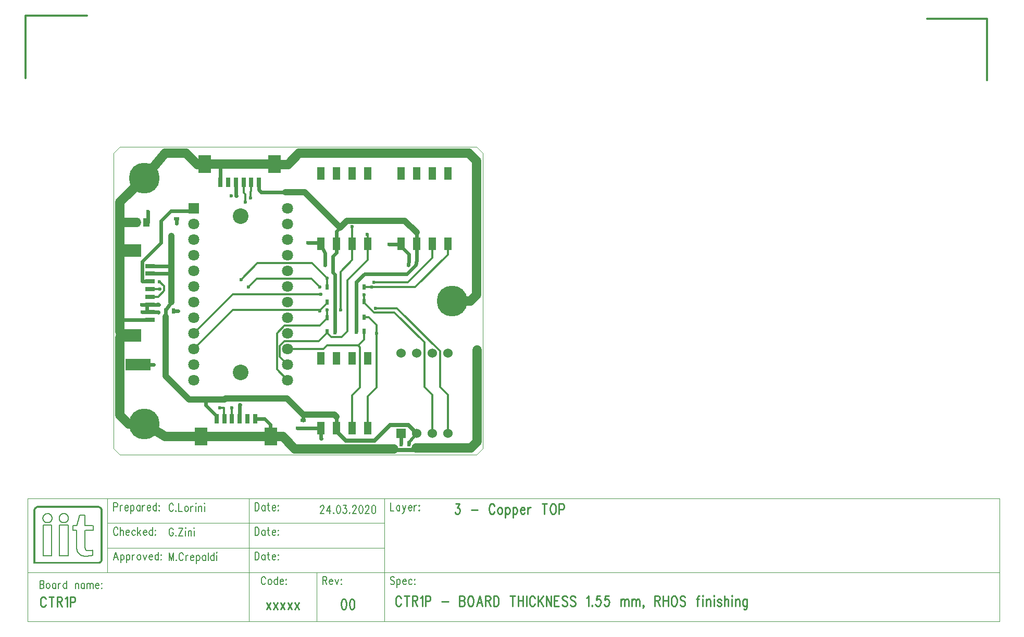
<source format=gbr>
*
*
G04 PADS VX.2.5 Build Number: 14503874 generated Gerber (RS-274-X) file*
G04 PC Version=2.1*
*
%IN "PCB_CTR1P_03.pcb"*%
*
%MOIN*%
*
%FSLAX35Y35*%
*
*
*
*
G04 PC Standard Apertures*
*
*
G04 Thermal Relief Aperture macro.*
%AMTER*
1,1,$1,0,0*
1,0,$1-$2,0,0*
21,0,$3,$4,0,0,45*
21,0,$3,$4,0,0,135*
%
*
*
G04 Annular Aperture macro.*
%AMANN*
1,1,$1,0,0*
1,0,$2,0,0*
%
*
*
G04 Odd Aperture macro.*
%AMODD*
1,1,$1,0,0*
1,0,$1-0.005,0,0*
%
*
*
G04 PC Custom Aperture Macros*
*
*
*
*
*
*
G04 PC Aperture Table*
*
%ADD010C,0.00394*%
%ADD014C,0.00591*%
%ADD016C,0.01*%
%ADD018R,0.035X0.024*%
%ADD026R,0.06X0.06*%
%ADD028C,0.001*%
%ADD037C,0.01181*%
%ADD046C,0.01969*%
%ADD047C,0.02362*%
%ADD052C,0.00787*%
%ADD061C,0.07087*%
%ADD065R,0.024X0.035*%
%ADD067C,0.00591*%
%ADD068C,0.00591*%
%ADD070R,0.04528X0.07874*%
%ADD071R,0.06299X0.02756*%
%ADD072R,0.11811X0.08268*%
%ADD073R,0.04331X0.05709*%
%ADD074R,0.16X0.076*%
%ADD075R,0.02756X0.06299*%
%ADD076R,0.08268X0.11811*%
%ADD091C,0.19685*%
%ADD092R,0.07087X0.07087*%
%ADD093C,0.1*%
%ADD094C,0.06*%
%ADD095C,0.05906*%
%ADD096C,0.02756*%
%ADD097C,0.03937*%
*
*
*
*
G04 PC Circuitry*
G04 Layer Name PCB_CTR1P_03.pcb - circuitry*
%LPD*%
*
*
G04 PC Custom Flashes*
G04 Layer Name PCB_CTR1P_03.pcb - flashes*
%LPD*%
*
*
G04 PC Circuitry*
G04 Layer Name PCB_CTR1P_03.pcb - circuitry*
%LPD*%
*
G54D10*
G01X57087Y299866D02*
X61024Y303803D01*
X289370*
X293307Y299866*
Y110890*
X289370Y106953*
X61024*
X57087Y110890*
Y299866*
X2008Y78937D02*
X624055D01*
Y197*
X2008*
Y78937*
Y31693D02*
X53189D01*
Y78937*
X2008*
Y31693*
X53189Y47441D02*
X143740D01*
Y63189*
X53189*
Y47441*
Y31693D02*
X143740D01*
Y47441*
X53189*
Y31693*
X230354D02*
X624055D01*
Y78937*
X230354*
Y31693*
Y197D02*
X624055D01*
Y31693*
X230354*
Y197*
X143740D02*
X187047D01*
Y31693*
X143740*
Y197*
Y63189D02*
X230354D01*
Y78937*
X143740*
Y63189*
Y47441D02*
X230354D01*
Y63189*
X143740*
Y47441*
Y31693D02*
X230354D01*
Y47441*
X143740*
Y31693*
G54D14*
X57126Y76230D02*
Y71063D01*
Y76230D02*
X58737D01*
X59273Y75984*
X59452Y75738*
X59631Y75246*
Y74508*
X59452Y74016*
X59273Y73770*
X58737Y73524*
X57126*
X61242Y74508D02*
Y71063D01*
Y73031D02*
X61421Y73770D01*
X61779Y74262*
X62137Y74508*
X62674*
X64284Y73031D02*
X66432D01*
Y73524*
X66253Y74016*
X66074Y74262*
X65716Y74508*
X65179*
X64821Y74262*
X64463Y73770*
X64284Y73031*
Y72539*
X64463Y71801*
X64821Y71309*
X65179Y71063*
X65716*
X66074Y71309*
X66432Y71801*
X68042Y74508D02*
Y69341D01*
Y73770D02*
X68400Y74262D01*
X68758Y74508*
X69295*
X69653Y74262*
X70011Y73770*
X70190Y73031*
Y72539*
X70011Y71801*
X69653Y71309*
X69295Y71063*
X68758*
X68400Y71309*
X68042Y71801*
X73948Y74508D02*
Y71063D01*
Y73770D02*
X73590Y74262D01*
X73232Y74508*
X72695*
X72337Y74262*
X71979Y73770*
X71800Y73031*
Y72539*
X71979Y71801*
X72337Y71309*
X72695Y71063*
X73232*
X73590Y71309*
X73948Y71801*
X75558Y74508D02*
Y71063D01*
Y73031D02*
X75737Y73770D01*
X76095Y74262*
X76453Y74508*
X76990*
X78601Y73031D02*
X80748D01*
Y73524*
X80569Y74016*
X80390Y74262*
X80032Y74508*
X79495*
X79137Y74262*
X78780Y73770*
X78601Y73031*
Y72539*
X78780Y71801*
X79137Y71309*
X79495Y71063*
X80032*
X80390Y71309*
X80748Y71801*
X84506Y76230D02*
Y71063D01*
Y73770D02*
X84148Y74262D01*
X83790Y74508*
X83253*
X82895Y74262*
X82538Y73770*
X82359Y73031*
Y72539*
X82538Y71801*
X82895Y71309*
X83253Y71063*
X83790*
X84148Y71309*
X84506Y71801*
X86296Y74508D02*
X86117Y74262D01*
X86296Y74016*
X86475Y74262*
X86296Y74508*
Y71555D02*
X86117Y71309D01*
X86296Y71063*
X86475Y71309*
X86296Y71555*
X59810Y59252D02*
X59631Y59744D01*
X59273Y60236*
X58916Y60482*
X58200*
X57842Y60236*
X57484Y59744*
X57305Y59252*
X57126Y58514*
Y57283*
X57305Y56545*
X57484Y56053*
X57842Y55561*
X58200Y55315*
X58916*
X59273Y55561*
X59631Y56053*
X59810Y56545*
X61421Y60482D02*
Y55315D01*
Y57776D02*
X61958Y58514D01*
X62316Y58760*
X62853*
X63210Y58514*
X63389Y57776*
Y55315*
X65000Y57283D02*
X67147D01*
Y57776*
X66968Y58268*
X66968D02*
X66790Y58514D01*
X66432Y58760*
X65895*
X65537Y58514*
X65179Y58022*
X65000Y57283*
Y56791*
X65179Y56053*
X65537Y55561*
X65895Y55315*
X66432*
X66790Y55561*
X67147Y56053*
X70906Y58022D02*
X70548Y58514D01*
X70190Y58760*
X69653*
X69295Y58514*
X68937Y58022*
X68758Y57283*
Y56791*
X68937Y56053*
X69295Y55561*
X69653Y55315*
X70190*
X70548Y55561*
X70906Y56053*
X72516Y60482D02*
Y55315D01*
X74306Y58760D02*
X72516Y56299D01*
X73232Y57283D02*
X74485Y55315D01*
X76095Y57283D02*
X78243D01*
Y57776*
X78064Y58268*
X77885Y58514*
X77527Y58760*
X76990*
X76632Y58514*
X76274Y58022*
X76095Y57283*
Y56791*
X76274Y56053*
X76632Y55561*
X76990Y55315*
X77527*
X77885Y55561*
X78243Y56053*
X82001Y60482D02*
Y55315D01*
Y58022D02*
X81643Y58514D01*
X81285Y58760*
X80748*
X80390Y58514*
X80032Y58022*
X79853Y57283*
Y56791*
X80032Y56053*
X80390Y55561*
X80748Y55315*
X81285*
X81643Y55561*
X82001Y56053*
X83790Y58760D02*
X83611Y58514D01*
X83790Y58268*
X83969Y58514*
X83790Y58760*
Y55807D02*
X83611Y55561D01*
X83790Y55315*
X83969Y55561*
X83790Y55807*
X58558Y44734D02*
X57126Y39567D01*
X58558Y44734D02*
X59989Y39567D01*
X57663Y41289D02*
X59452D01*
X61600Y43012D02*
Y37844D01*
Y42274D02*
X61958Y42766D01*
X62316Y43012*
X62853*
X63210Y42766*
X63568Y42274*
X63747Y41535*
Y41043*
X63568Y40305*
X63210Y39813*
X62853Y39567*
X62316*
X61958Y39813*
X61600Y40305*
X65358Y43012D02*
Y37844D01*
Y42274D02*
X65716Y42766D01*
X66074Y43012*
X66611*
X66968Y42766*
X66968D02*
X67326Y42274D01*
X67505Y41535*
Y41043*
X67326Y40305*
X66968Y39813*
X66968D02*
X66611Y39567D01*
X66074*
X65716Y39813*
X65358Y40305*
X69116Y43012D02*
Y39567D01*
Y41535D02*
X69295Y42274D01*
X69653Y42766*
X70011Y43012*
X70548*
X73053D02*
X72695Y42766D01*
X72337Y42274*
X72158Y41535*
Y41043*
X72337Y40305*
X72695Y39813*
X73053Y39567*
X73590*
X73948Y39813*
X74306Y40305*
X74485Y41043*
Y41535*
X74306Y42274*
X73948Y42766*
X73590Y43012*
X73053*
X76095D02*
X77169Y39567D01*
X78243Y43012D02*
X77169Y39567D01*
X79853Y41535D02*
X82001D01*
Y42028*
X81822Y42520*
X81643Y42766*
X81285Y43012*
X80748*
X80390Y42766*
X80032Y42274*
X79853Y41535*
Y41043*
X80032Y40305*
X80390Y39813*
X80748Y39567*
X81285*
X81643Y39813*
X82001Y40305*
X85759Y44734D02*
Y39567D01*
Y42274D02*
X85401Y42766D01*
X85043Y43012*
X84506*
X84148Y42766*
X83790Y42274*
X83611Y41535*
Y41043*
X83790Y40305*
X84148Y39813*
X84506Y39567*
X85043*
X85401Y39813*
X85759Y40305*
X87548Y43012D02*
X87369Y42766D01*
X87548Y42520*
X87727Y42766*
X87548Y43012*
Y40059D02*
X87369Y39813D01*
X87548Y39567*
X87727Y39813*
X87548Y40059*
X95243Y74606D02*
X95064Y75098D01*
X94707Y75591*
X94349Y75837*
X93633*
X93275Y75591*
X92917Y75098*
X92738Y74606*
X92559Y73868*
Y72638*
X92738Y71900*
X92917Y71407*
X93275Y70915*
X93633Y70669*
X94349*
X94707Y70915*
X95064Y71407*
X95243Y71900*
X97033Y71161D02*
X96854Y70915D01*
X97033Y70669*
X97212Y70915*
X97033Y71161*
X98822Y75837D02*
Y70669D01*
X100970*
X103475Y74114D02*
X103117Y73868D01*
X102759Y73376*
X102581Y72638*
Y72146*
X102759Y71407*
X103117Y70915*
X103475Y70669*
X104012*
X104370Y70915*
X104728Y71407*
X104907Y72146*
Y72638*
X104728Y73376*
X104370Y73868*
X104012Y74114*
X103475*
X106518D02*
Y70669D01*
Y72638D02*
X106696Y73376D01*
X107054Y73868*
X107412Y74114*
X107949*
X109560Y75837D02*
X109739Y75591D01*
X109918Y75837*
X109739Y76083*
X109560Y75837*
X109739Y74114D02*
Y70669D01*
X111528Y74114D02*
Y70669D01*
Y73130D02*
X112065Y73868D01*
X112423Y74114*
X112960*
X113318Y73868*
X113497Y73130*
Y70669*
X115107Y75837D02*
X115286Y75591D01*
X115465Y75837*
X115286Y76083*
X115107Y75837*
X115286Y74114D02*
Y70669D01*
X95243Y58858D02*
X95064Y59350D01*
X94707Y59843*
X94349Y60089*
X93633*
X93275Y59843*
X92917Y59350*
X92738Y58858*
X92559Y58120*
Y56890*
X92738Y56152*
X92917Y55659*
X93275Y55167*
X93633Y54921*
X94349*
X94707Y55167*
X95064Y55659*
X95243Y56152*
Y56890*
X94349D02*
X95243D01*
X97033Y55413D02*
X96854Y55167D01*
X97033Y54921*
X97212Y55167*
X97033Y55413*
X101328Y60089D02*
X98822Y54921D01*
Y60089D02*
X101328D01*
X98822Y54921D02*
X101328D01*
X102938Y60089D02*
X103117Y59843D01*
X103296Y60089*
X103117Y60335*
X102938Y60089*
X103117Y58366D02*
Y54921D01*
X104907Y58366D02*
Y54921D01*
Y57382D02*
X105444Y58120D01*
X105802Y58366*
X106339*
X106696Y58120*
X106875Y57382*
Y54921*
X108486Y60089D02*
X108665Y59843D01*
X108844Y60089*
X108665Y60335*
X108486Y60089*
X108665Y58366D02*
Y54921D01*
X234291Y76230D02*
Y71063D01*
X236439*
X240197Y74508D02*
Y71063D01*
Y73770D02*
X239839Y74262D01*
X239481Y74508*
X238944*
X238586Y74262*
X238228Y73770*
X238049Y73031*
Y72539*
X238228Y71801*
X238586Y71309*
X238944Y71063*
X239481*
X239839Y71309*
X240197Y71801*
X241986Y74508D02*
X243060Y71063D01*
X244134Y74508D02*
X243060Y71063D01*
X242702Y70079*
X242344Y69587*
X241986Y69341*
X241807*
X245744Y73031D02*
X247892D01*
Y73524*
X247713Y74016*
X247534Y74262*
X247176Y74508*
X246639*
X246281Y74262*
X245923Y73770*
X245744Y73031*
Y72539*
X245923Y71801*
X246281Y71309*
X246639Y71063*
X247176*
X247534Y71309*
X247892Y71801*
X249503Y74508D02*
Y71063D01*
Y73031D02*
X249681Y73770D01*
X250039Y74262*
X250397Y74508*
X250934*
X252724D02*
X252545Y74262D01*
X252724Y74016*
X252903Y74262*
X252724Y74508*
Y71555D02*
X252545Y71309D01*
X252724Y71063*
X252903Y71309*
X252724Y71555*
X9921Y26435D02*
Y21268D01*
Y26435D02*
X11532D01*
X12069Y26189*
X12248Y25943*
X12427Y25451*
Y24959*
X12248Y24467*
X12069Y24220*
X11532Y23974*
X9921D02*
X11532D01*
X12069Y23728*
X12248Y23482*
X12427Y22990*
Y22252*
X12248Y21760*
X12069Y21514*
X11532Y21268*
X9921*
X14932Y24713D02*
X14574Y24467D01*
X14216Y23974*
X14037Y23236*
Y22744*
X14216Y22006*
X14574Y21514*
X14932Y21268*
X15469*
X15827Y21514*
X16185Y22006*
X16364Y22744*
Y23236*
X16185Y23974*
X15827Y24467*
X15469Y24713*
X14932*
X20122D02*
Y21268D01*
Y23974D02*
X19764Y24467D01*
X19406Y24713*
X18869*
X18511Y24467*
X18153Y23974*
X17974Y23236*
Y22744*
X18153Y22006*
X18511Y21514*
X18869Y21268*
X19406*
X19764Y21514*
X20122Y22006*
X21732Y24713D02*
Y21268D01*
Y23236D02*
X21911Y23974D01*
X22269Y24467*
X22627Y24713*
X23164*
X26922Y26435D02*
Y21268D01*
Y23974D02*
X26564Y24467D01*
X26206Y24713*
X25669*
X25311Y24467*
X24953Y23974*
X24775Y23236*
Y22744*
X24953Y22006*
X25311Y21514*
X25669Y21268*
X26206*
X26564Y21514*
X26922Y22006*
X32649Y24713D02*
Y21268D01*
Y23728D02*
X33185Y24467D01*
X33543Y24713*
X34080*
X34438Y24467*
X34617Y23728*
Y21268*
X38375Y24713D02*
Y21268D01*
Y23974D02*
X38017Y24467D01*
X37659Y24713*
X37122*
X36764Y24467*
X36407Y23974*
X36228Y23236*
Y22744*
X36407Y22006*
X36764Y21514*
X37122Y21268*
X37659*
X38017Y21514*
X38375Y22006*
X39986Y24713D02*
Y21268D01*
Y23728D02*
X40523Y24467D01*
X40880Y24713*
X41417*
X41775Y24467*
X41954Y23728*
Y21268*
Y23728D02*
X42491Y24467D01*
X42849Y24713*
X43386*
X43744Y24467*
X43923Y23728*
Y21268*
X45533Y23236D02*
X47681D01*
Y23728*
X47502Y24220*
X47323Y24467*
X46965Y24713*
X46428*
X46070Y24467*
X45712Y23974*
X45533Y23236*
Y22744*
X45712Y22006*
X46070Y21514*
X46428Y21268*
X46965*
X47323Y21514*
X47681Y22006*
X49470Y24713D02*
X49291Y24467D01*
X49470Y24220*
X49649Y24467*
X49470Y24713*
Y21760D02*
X49291Y21514D01*
X49470Y21268*
X49649Y21514*
X49470Y21760*
X154298Y27756D02*
X154120Y28248D01*
X153762Y28740*
X153404Y28986*
X152688*
X152330Y28740*
X151972Y28248*
X151793Y27756*
X151614Y27018*
Y25787*
X151793Y25049*
X151972Y24557*
X152330Y24065*
X152688Y23819*
X153404*
X153762Y24065*
X154120Y24557*
X154298Y25049*
X156804Y27264D02*
X156446Y27018D01*
X156088Y26526*
X155909Y25787*
Y25295*
X156088Y24557*
X156446Y24065*
X156804Y23819*
X157341*
X157699Y24065*
X158057Y24557*
X158235Y25295*
X158235D02*
Y25787D01*
X158235D02*
X158057Y26526D01*
X157699Y27018*
X157341Y27264*
X156804*
X161994Y28986D02*
Y23819D01*
Y26526D02*
X161636Y27018D01*
X161278Y27264*
X160741*
X160383Y27018*
X160025Y26526*
X159846Y25787*
Y25295*
X160025Y24557*
X160383Y24065*
X160741Y23819*
X161278*
X161636Y24065*
X161994Y24557*
X163604Y25787D02*
X165752D01*
Y26280*
X165573Y26772*
X165394Y27018*
X165036Y27264*
X164499*
X164141Y27018*
X163783Y26526*
X163604Y25787*
Y25295*
X163783Y24557*
X164141Y24065*
X164499Y23819*
X165036*
X165394Y24065*
X165752Y24557*
X167541Y27264D02*
X167362Y27018D01*
X167541Y26772*
X167720Y27018*
X167541Y27264*
Y24311D02*
X167362Y24065D01*
X167541Y23819*
X167720Y24065*
X167541Y24311*
X190984Y28986D02*
Y23819D01*
Y28986D02*
X192595D01*
X193132Y28740*
X193311Y28494*
X193490Y28002*
Y27510*
X193311Y27018*
X193132Y26772*
X192595Y26526*
X190984*
X192237D02*
X193490Y23819D01*
X195100Y25787D02*
X197248D01*
Y26280*
X197069Y26772*
X196890Y27018*
X196532Y27264*
X195995*
X195637Y27018*
X195279Y26526*
X195100Y25787*
Y25295*
X195279Y24557*
X195637Y24065*
X195995Y23819*
X196532*
X196890Y24065*
X197248Y24557*
X198858Y27264D02*
X199932Y23819D01*
X201006Y27264D02*
X199932Y23819D01*
X202795Y27264D02*
X202616Y27018D01*
X202795Y26772*
X202974Y27018*
X202795Y27264*
Y24311D02*
X202616Y24065D01*
X202795Y23819*
X202974Y24065*
X202795Y24311*
X236797Y28248D02*
X236439Y28740D01*
X235902Y28986*
X235186*
X234649Y28740*
X234291Y28248*
Y27756*
X234470Y27264*
X234649Y27018*
X235007Y26772*
X236081Y26280*
X236439Y26033*
X236618Y25787*
X236797Y25295*
Y24557*
X236439Y24065*
X235902Y23819*
X235186*
X234649Y24065*
X234291Y24557*
X238407Y27264D02*
Y22096D01*
Y26526D02*
X238765Y27018D01*
X239123Y27264*
X239660*
X240018Y27018*
X240376Y26526*
X240555Y25787*
Y25295*
X240376Y24557*
X240018Y24065*
X239660Y23819*
X239123*
X238765Y24065*
X238407Y24557*
X242165Y25787D02*
X244313D01*
Y26280*
X244134Y26772*
X243955Y27018*
X243597Y27264*
X243060*
X242702Y27018*
X242344Y26526*
X242165Y25787*
Y25295*
X242344Y24557*
X242702Y24065*
X243060Y23819*
X243597*
X243955Y24065*
X244313Y24557*
X248071Y26526D02*
X247713Y27018D01*
X247355Y27264*
X246818*
X246460Y27018*
X246102Y26526*
X245923Y25787*
Y25295*
X246102Y24557*
X246460Y24065*
X246818Y23819*
X247355*
X247713Y24065*
X248071Y24557*
X249860Y27264D02*
X249681Y27018D01*
X249860Y26772*
X250039Y27018*
X249860Y27264*
Y24311D02*
X249681Y24065D01*
X249860Y23819*
X250039Y24065*
X249860Y24311*
X147677Y76230D02*
Y71063D01*
Y76230D02*
X148930D01*
X149467Y75984*
X149825Y75492*
X150004Y75000*
X150183Y74262*
Y73031*
X150004Y72293*
X149825Y71801*
X149467Y71309*
X148930Y71063*
X147677*
X153941Y74508D02*
Y71063D01*
Y73770D02*
X153583Y74262D01*
X153225Y74508*
X152688*
X152330Y74262*
X151972Y73770*
X151793Y73031*
Y72539*
X151972Y71801*
X152330Y71309*
X152688Y71063*
X153225*
X153583Y71309*
X153941Y71801*
X156088Y76230D02*
Y72047D01*
X156267Y71309*
X156625Y71063*
X156983*
X155551Y74508D02*
X156804D01*
X158593Y73031D02*
X160741D01*
Y73524*
X160562Y74016*
X160383Y74262*
X160025Y74508*
X159488*
X159130Y74262*
X158772Y73770*
X158593Y73031*
Y72539*
X158772Y71801*
X159130Y71309*
X159488Y71063*
X160025*
X160383Y71309*
X160741Y71801*
X162530Y74508D02*
X162351Y74262D01*
X162530Y74016*
X162709Y74262*
X162530Y74508*
Y71555D02*
X162351Y71309D01*
X162530Y71063*
X162709Y71309*
X162530Y71555*
X147677Y60482D02*
Y55315D01*
Y60482D02*
X148930D01*
X149467Y60236*
X149825Y59744*
X150004Y59252*
X150183Y58514*
Y57283*
X150004Y56545*
X149825Y56053*
X149467Y55561*
X148930Y55315*
X147677*
X153941Y58760D02*
Y55315D01*
Y58022D02*
X153583Y58514D01*
X153225Y58760*
X152688*
X152330Y58514*
X151972Y58022*
X151793Y57283*
Y56791*
X151972Y56053*
X152330Y55561*
X152688Y55315*
X153225*
X153583Y55561*
X153941Y56053*
X156088Y60482D02*
Y56299D01*
X156267Y55561*
X156625Y55315*
X156983*
X155551Y58760D02*
X156804D01*
X158593Y57283D02*
X160741D01*
Y57776*
X160562Y58268*
X160383Y58514*
X160025Y58760*
X159488*
X159130Y58514*
X158772Y58022*
X158593Y57283*
Y56791*
X158772Y56053*
X159130Y55561*
X159488Y55315*
X160025*
X160383Y55561*
X160741Y56053*
X162530Y58760D02*
X162351Y58514D01*
X162530Y58268*
X162709Y58514*
X162530Y58760*
Y55807D02*
X162351Y55561D01*
X162530Y55315*
X162709Y55561*
X162530Y55807*
X147677Y44734D02*
Y39567D01*
Y44734D02*
X148930D01*
X149467Y44488*
X149825Y43996*
X150004Y43504*
X150183Y42766*
Y41535*
X150004Y40797*
X149825Y40305*
X149467Y39813*
X148930Y39567*
X147677*
X153941Y43012D02*
Y39567D01*
Y42274D02*
X153583Y42766D01*
X153225Y43012*
X152688*
X152330Y42766*
X151972Y42274*
X151793Y41535*
Y41043*
X151972Y40305*
X152330Y39813*
X152688Y39567*
X153225*
X153583Y39813*
X153941Y40305*
X156088Y44734D02*
Y40551D01*
X156267Y39813*
X156625Y39567*
X156983*
X155551Y43012D02*
X156804D01*
X158593Y41535D02*
X160741D01*
Y42028*
X160562Y42520*
X160383Y42766*
X160025Y43012*
X159488*
X159130Y42766*
X158772Y42274*
X158593Y41535*
Y41043*
X158772Y40305*
X159130Y39813*
X159488Y39567*
X160025*
X160383Y39813*
X160741Y40305*
X162530Y43012D02*
X162351Y42766D01*
X162530Y42520*
X162709Y42766*
X162530Y43012*
Y40059D02*
X162351Y39813D01*
X162530Y39567*
X162709Y39813*
X162530Y40059*
G54D16*
X276045Y75523D02*
X278545D01*
X277181Y73023*
X277863*
X278318Y72711*
X278545Y72398*
X278772Y71461*
Y70836*
X278545Y69898*
X278091Y69273*
X277409Y68961*
X276727*
X276045Y69273*
X275818Y69586*
X275591Y70211*
X286045Y71773D02*
X290136D01*
X300818Y73961D02*
X300591Y74586D01*
X300136Y75211*
X299681Y75523*
X298772*
X298318Y75211*
X297863Y74586*
X297636Y73961*
X297409Y73023*
Y71461*
X297636Y70523*
X297863Y69898*
X298318Y69273*
X298772Y68961*
X299681*
X300136Y69273*
X300591Y69898*
X300818Y70523*
X304000Y73336D02*
X303545Y73023D01*
X303091Y72398*
X302863Y71461*
Y70836*
X303091Y69898*
X303545Y69273*
X304000Y68961*
X304681*
X305136Y69273*
X305591Y69898*
X305818Y70836*
Y71461*
X305591Y72398*
X305136Y73023*
X304681Y73336*
X304000*
X307863D02*
Y66773D01*
Y72398D02*
X308318Y73023D01*
X308772Y73336*
X309454*
X309909Y73023*
X310363Y72398*
X310591Y71461*
Y70836*
X310363Y69898*
X309909Y69273*
X309454Y68961*
X308772*
X308318Y69273*
X307863Y69898*
X312636Y73336D02*
Y66773D01*
Y72398D02*
X313091Y73023D01*
X313545Y73336*
X314227*
X314681Y73023*
X315136Y72398*
X315363Y71461*
Y70836*
X315136Y69898*
X314681Y69273*
X314227Y68961*
X313545*
X313091Y69273*
X312636Y69898*
X317409Y71461D02*
X320136D01*
Y72086*
X319909Y72711*
X319681Y73023*
X319227Y73336*
X318545*
X318091Y73023*
X317636Y72398*
X317409Y71461*
Y70836*
X317636Y69898*
X318091Y69273*
X318545Y68961*
X319227*
X319681Y69273*
X320136Y69898*
X322181Y73336D02*
Y68961D01*
Y71461D02*
X322409Y72398D01*
X322863Y73023*
X323318Y73336*
X324000*
X332863Y75523D02*
Y68961D01*
X331272Y75523D02*
X334454D01*
X337863D02*
X337409Y75211D01*
X336954Y74586*
X336727Y73961*
X336500Y73023*
Y71461*
X336727Y70523*
X336954Y69898*
X337409Y69273*
X337863Y68961*
X338772*
X339227Y69273*
X339681Y69898*
X339909Y70523*
X340136Y71461*
Y73023*
X339909Y73961*
X339681Y74586*
X339227Y75211*
X338772Y75523*
X337863*
X342181D02*
Y68961D01*
Y75523D02*
X344227D01*
X344909Y75211*
X345136Y74898*
X345363Y74273*
Y73336*
X345136Y72711*
X344909Y72398*
X344227Y72086*
X342181*
X241008Y15102D02*
X240780Y15727D01*
X240326Y16352*
X239871Y16665*
X238962*
X238508Y16352*
X238053Y15727*
X237826Y15102*
X237598Y14165*
Y12602*
X237826Y11665*
X238053Y11040*
X238508Y10415*
X238962Y10102*
X239871*
X240326Y10415*
X240780Y11040*
X241008Y11665*
X244644Y16665D02*
Y10102D01*
X243053Y16665D02*
X246235D01*
X248280D02*
Y10102D01*
Y16665D02*
X250326D01*
X251008Y16352*
X251235Y16040*
X251462Y15415*
Y14790*
X251235Y14165*
X251008Y13852*
X250326Y13540*
X248280*
X249871D02*
X251462Y10102D01*
X253508Y15415D02*
X253962Y15727D01*
X254644Y16665*
Y10102*
X256689Y16665D02*
Y10102D01*
Y16665D02*
X258735D01*
X259417Y16352*
X259644Y16040*
X259871Y15415*
Y14477*
X259644Y13852*
X259417Y13540*
X258735Y13227*
X256689*
X267144Y12915D02*
X271235D01*
X278508Y16665D02*
Y10102D01*
Y16665D02*
X280553D01*
X281235Y16352*
X281462Y16040*
X281689Y15415*
Y14790*
X281462Y14165*
X281235Y13852*
X280553Y13540*
X278508D02*
X280553D01*
X281235Y13227*
X281462Y12915*
X281689Y12290*
Y11352*
X281462Y10727*
X281235Y10415*
X280553Y10102*
X278508*
X285098Y16665D02*
X284644Y16352D01*
X284189Y15727*
X283962Y15102*
X283735Y14165*
Y12602*
X283962Y11665*
X284189Y11040*
X284644Y10415*
X285098Y10102*
X286008*
X286462Y10415*
X286917Y11040*
X287144Y11665*
X287371Y12602*
Y14165*
X287144Y15102*
X286917Y15727*
X286462Y16352*
X286008Y16665*
X285098*
X291235D02*
X289417Y10102D01*
X291235Y16665D02*
X293053Y10102D01*
X290098Y12290D02*
X292371D01*
X295098Y16665D02*
Y10102D01*
Y16665D02*
X297144D01*
X297826Y16352*
X298053Y16040*
X298280Y15415*
Y14790*
X298053Y14165*
X297826Y13852*
X297144Y13540*
X295098*
X296689D02*
X298280Y10102D01*
X300326Y16665D02*
Y10102D01*
Y16665D02*
X301917D01*
X302598Y16352*
X303053Y15727*
X303280Y15102*
X303508Y14165*
Y12602*
X303280Y11665*
X303053Y11040*
X302598Y10415*
X301917Y10102*
X300326*
X312371Y16665D02*
Y10102D01*
X310780Y16665D02*
X313962D01*
X316008D02*
Y10102D01*
X319189Y16665D02*
Y10102D01*
X316008Y13540D02*
X319189D01*
X321235Y16665D02*
Y10102D01*
X326689Y15102D02*
X326462Y15727D01*
X326008Y16352*
X325553Y16665*
X324644*
X324189Y16352*
X323735Y15727*
X323508Y15102*
X323280Y14165*
Y12602*
X323508Y11665*
X323735Y11040*
X324189Y10415*
X324644Y10102*
X325553*
X326008Y10415*
X326462Y11040*
X326689Y11665*
X328735Y16665D02*
Y10102D01*
X331917Y16665D02*
X328735Y12290D01*
X329871Y13852D02*
X331917Y10102D01*
X333962Y16665D02*
Y10102D01*
Y16665D02*
X337144Y10102D01*
Y16665D02*
Y10102D01*
X339189Y16665D02*
Y10102D01*
Y16665D02*
X342144D01*
X339189Y13540D02*
X341008D01*
X339189Y10102D02*
X342144D01*
X347371Y15727D02*
X346917Y16352D01*
X346235Y16665*
X345326*
X344644Y16352*
X344189Y15727*
Y15102*
X344417Y14477*
X344644Y14165*
X345098Y13852*
X346462Y13227*
X346917Y12915*
X347144Y12602*
X347371Y11977*
Y11040*
X346917Y10415*
X346235Y10102*
X345326*
X344644Y10415*
X344189Y11040*
X352598Y15727D02*
X352144Y16352D01*
X351462Y16665*
X350553*
X349871Y16352*
X349417Y15727*
Y15102*
X349644Y14477*
X349871Y14165*
X350326Y13852*
X351689Y13227*
X352144Y12915*
X352371Y12602*
X352598Y11977*
Y11040*
X352144Y10415*
X351462Y10102*
X350553*
X349871Y10415*
X349417Y11040*
X359871Y15415D02*
X360326Y15727D01*
X361008Y16665*
Y10102*
X363280Y10727D02*
X363053Y10415D01*
X363280Y10102*
X363508Y10415*
X363280Y10727*
X368508Y16665D02*
X366235D01*
X366008Y13852*
X366235Y14165*
X366917Y14477*
X367598*
X368280Y14165*
X368735Y13540*
X368962Y12602*
X368735Y11977*
X368508Y11040*
X368053Y10415*
X367371Y10102*
X366689*
X366008Y10415*
X365780Y10727*
X365553Y11352*
X373962Y16665D02*
X371689D01*
X371462Y13852*
X371689Y14165*
X372371Y14477*
X373053*
X373735Y14165*
X374189Y13540*
X374417Y12602*
X374189Y11977*
X373962Y11040*
X373508Y10415*
X372826Y10102*
X372144*
X371462Y10415*
X371235Y10727*
X371008Y11352*
X381689Y14477D02*
Y10102D01*
Y13227D02*
X382371Y14165D01*
X382826Y14477*
X383508*
X383962Y14165*
X384189Y13227*
Y10102*
Y13227D02*
X384871Y14165D01*
X385326Y14477*
X386008*
X386462Y14165*
X386689Y13227*
Y10102*
X388735Y14477D02*
Y10102D01*
Y13227D02*
X389417Y14165D01*
X389871Y14477*
X390553*
X391008Y14165*
X391235Y13227*
Y10102*
Y13227D02*
X391917Y14165D01*
X392371Y14477*
X393053*
X393508Y14165*
X393735Y13227*
Y10102*
X396235Y10415D02*
X396008Y10102D01*
X395780Y10415*
X396008Y10727*
X396235Y10415*
Y9790*
X396008Y9165*
X395780Y8852*
X403508Y16665D02*
Y10102D01*
Y16665D02*
X405553D01*
X406235Y16352*
X406462Y16040*
X406689Y15415*
Y14790*
X406462Y14165*
X406235Y13852*
X405553Y13540*
X403508*
X405098D02*
X406689Y10102D01*
X408735Y16665D02*
Y10102D01*
X411917Y16665D02*
Y10102D01*
X408735Y13540D02*
X411917D01*
X415326Y16665D02*
X414871Y16352D01*
X414417Y15727*
X414189Y15102*
X413962Y14165*
Y12602*
X414189Y11665*
X414417Y11040*
X414871Y10415*
X415326Y10102*
X416235*
X416689Y10415*
X417144Y11040*
X417371Y11665*
X417598Y12602*
Y14165*
X417371Y15102*
X417144Y15727*
X416689Y16352*
X416235Y16665*
X415326*
X422826Y15727D02*
X422371Y16352D01*
X421689Y16665*
X420780*
X420098Y16352*
X419644Y15727*
Y15102*
X419871Y14477*
X420098Y14165*
X420553Y13852*
X421917Y13227*
X422371Y12915*
X422598Y12602*
X422826Y11977*
Y11040*
X422371Y10415*
X421689Y10102*
X420780*
X420098Y10415*
X419644Y11040*
X431917Y16665D02*
X431462D01*
X431008Y16352*
X430780Y15415*
Y10102*
X430098Y14477D02*
X431689D01*
X433962Y16665D02*
X434189Y16352D01*
X434417Y16665*
X434189Y16977*
X433962Y16665*
X434189Y14477D02*
Y10102D01*
X436462Y14477D02*
Y10102D01*
Y13227D02*
X437144Y14165D01*
X437598Y14477*
X438280*
X438735Y14165*
X438962Y13227*
Y10102*
X441008Y16665D02*
X441235Y16352D01*
X441462Y16665*
X441235Y16977*
X441008Y16665*
X441235Y14477D02*
Y10102D01*
X446008Y13540D02*
X445780Y14165D01*
X445098Y14477*
X444417*
X443735Y14165*
X443508Y13540*
X443735Y12915*
X444189Y12602*
X445326Y12290*
X445780Y11977*
X446008Y11352*
Y11040*
X445780Y10415*
X445098Y10102*
X444417*
X443735Y10415*
X443508Y11040*
X448053Y16665D02*
Y10102D01*
Y13227D02*
X448735Y14165D01*
X449189Y14477*
X449871*
X450326Y14165*
X450553Y13227*
Y10102*
X452598Y16665D02*
X452826Y16352D01*
X453053Y16665*
X452826Y16977*
X452598Y16665*
X452826Y14477D02*
Y10102D01*
X455098Y14477D02*
Y10102D01*
Y13227D02*
X455780Y14165D01*
X456235Y14477*
X456917*
X457371Y14165*
X457598Y13227*
Y10102*
X462371Y14477D02*
Y9477D01*
X462144Y8540*
X461917Y8227*
X461462Y7915*
X460780*
X460326Y8227*
X462371Y13540D02*
X461917Y14165D01*
X461462Y14477*
X460780*
X460326Y14165*
X459871Y13540*
X459644Y12602*
Y11977*
X459871Y11040*
X460326Y10415*
X460780Y10102*
X461462*
X461917Y10415*
X462371Y11040*
X13645Y14512D02*
X13418Y15137D01*
X12963Y15762*
X12509Y16074*
X11600*
X11145Y15762*
X10691Y15137*
X10463Y14512*
X10236Y13574*
Y12012*
X10463Y11074*
X10691Y10449*
X11145Y9824*
X11600Y9512*
X12509*
X12963Y9824*
X13418Y10449*
X13645Y11074*
X17282Y16074D02*
Y9512D01*
X15691Y16074D02*
X18873D01*
X20918D02*
Y9512D01*
Y16074D02*
X22963D01*
X23645Y15762*
X23873Y15449*
X24100Y14824*
Y14199*
X23873Y13574*
X23645Y13262*
X22963Y12949*
X20918*
X22509D02*
X24100Y9512D01*
X26145Y14824D02*
X26600Y15137D01*
X27282Y16074*
Y9512*
X29327Y16074D02*
Y9512D01*
Y16074D02*
X31373D01*
X32054Y15762*
X32282Y15449*
X32509Y14824*
Y13887*
X32282Y13262*
X32054Y12949*
X31373Y12637*
X29327*
X154961Y12446D02*
X157461Y8071D01*
Y12446D02*
X154961Y8071D01*
X159506Y12446D02*
X162006Y8071D01*
Y12446D02*
X159506Y8071D01*
X164052Y12446D02*
X166552Y8071D01*
Y12446D02*
X164052Y8071D01*
X168597Y12446D02*
X171097Y8071D01*
Y12446D02*
X168597Y8071D01*
X173142Y12446D02*
X175642Y8071D01*
Y12446D02*
X173142Y8071D01*
X204159Y14633D02*
X203477Y14321D01*
X203023Y13383*
X202795Y11821*
Y10883*
X203023Y9321*
X203477Y8383*
X204159Y8071*
X204613*
X205295Y8383*
X205750Y9321*
X205977Y10883*
Y11821*
X205750Y13383*
X205295Y14321*
X204613Y14633*
X204159*
X209386D02*
X208704Y14321D01*
X208250Y13383*
X208023Y11821*
Y10883*
X208250Y9321*
X208704Y8383*
X209386Y8071*
X209841*
X210523Y8383*
X210977Y9321*
X211204Y10883*
Y11821*
X210977Y13383*
X210523Y14321*
X209841Y14633*
X209386*
G54D18*
X97244Y262976D03*
Y258016D03*
X178346Y128921D03*
Y123961D03*
G54D26*
X240906Y120575D03*
G54D28*
G54D37*
X125197Y136874D02*
X127559D01*
Y129972*
X127932*
X132677Y136874D02*
Y129972D01*
X132853*
X219764Y123882D02*
Y144256D01*
X225394Y149886*
Y184709*
X209764Y123882D02*
Y144812D01*
X214764Y149812*
X168465Y154630D02*
X161575Y161520D01*
Y184700*
X166505Y189630*
X189211*
X193780Y194198*
Y194748*
X108465Y174630D02*
X133504Y199669D01*
X189408*
X163543Y176668D02*
Y169551D01*
X168465Y164630*
X163543Y176668D02*
X166465Y179591D01*
X188424*
X193780Y184946*
Y185496*
X168465Y174630D02*
X191355D01*
X193645Y176919*
X213583*
Y176835*
X214764Y175738*
Y149812*
X213583Y176919D02*
X217264Y180601D01*
Y186045*
X108465Y184630D02*
X133543Y209709D01*
X189567*
X189408Y199669D02*
X193780Y204041D01*
Y204591*
X189126Y199387D02*
Y198638D01*
X189173Y199079*
X189126Y199387D02*
X189408Y199669D01*
X202362D02*
Y224079D01*
X209764Y231480*
Y241992*
X193701Y199669D02*
X193778D01*
Y194748*
X193780*
Y185496D02*
Y184946D01*
X196379Y182346*
X203150*
X206693Y185890*
Y218567*
X219764Y231638*
Y241992*
X224803Y200654D02*
X238554D01*
X265945Y173262*
Y150322*
X270906Y145362*
Y120575*
X217264Y194809D02*
X220411D01*
X225394Y189827*
Y184709*
X80512Y208035D02*
X85607D01*
X89370Y211798*
Y214827*
X80512Y212957D02*
Y212858D01*
X86811*
X86417Y217780D02*
X89370Y214827D01*
X143307Y214236D02*
X148622Y219551D01*
X183661*
X188976Y214236*
X138583Y218961D02*
X149213Y229591D01*
X184055*
X193701Y219945*
X193778*
Y214236*
X193780*
X217126Y209118D02*
X217359Y208885D01*
Y208331*
X217377Y208313*
Y204922*
X217126Y209118D02*
X217323Y209315D01*
X222441Y214236D02*
Y214135D01*
X250000*
X270945Y235080*
Y241992*
X223622Y217386D02*
X245276D01*
X260945Y233055*
Y241992*
X217489Y214135D02*
Y214236D01*
X222441*
X217377Y204922D02*
Y204372D01*
X223654Y198094*
X236811*
X255906Y179000*
Y150362*
X260906Y145362*
Y120575*
X219291Y247898D02*
X219882Y247307D01*
Y241874*
X209646Y252819D02*
Y248843D01*
X209764Y248724*
Y241992*
X219764D02*
X219882Y241874D01*
X144685Y271323D02*
Y275140D01*
X145168Y275623*
Y281409*
X140246D02*
Y274648D01*
X141339Y273556*
Y268764*
X591Y348094D02*
Y387465D01*
Y387858D02*
X39961D01*
X577756Y385890D02*
X615945D01*
Y346520*
G54D46*
X246003Y114608D02*
X250906Y120575D01*
G54D47*
X240906D02*
X241024Y120614D01*
Y114039*
X245984D02*
Y114585D01*
X246003Y114608*
X137775Y129972D02*
Y139039D01*
X137992*
X147617Y129972D02*
X153752D01*
X157483Y126241*
Y118555*
X157656*
X174803Y123882D02*
X177778Y123942D01*
X178346*
Y123961*
X183759*
X183838Y123882*
X189764*
X178346Y128921D02*
Y132690D01*
X199764Y123882D02*
Y131402D01*
X189764Y123882D02*
Y117189D01*
X189961*
X116142Y142386D02*
Y138613D01*
X123011Y131744*
Y129972*
X72835Y164630D02*
X82677D01*
X61220Y191795D02*
X62697Y193272D01*
X80512*
X75394Y198291D02*
Y198193D01*
X80512*
X85630*
Y198094*
X90354Y195142D02*
X90414Y198510D01*
Y199079*
X90433*
X95394D02*
X98425D01*
X90433D02*
Y199621D01*
X94094Y204756*
X198740Y204591D02*
Y194748D01*
Y185496*
X212304Y194809D02*
Y199809D01*
X212416Y199922*
Y204922*
X212304Y186045D02*
Y194809D01*
X78543Y203114D02*
Y198193D01*
X80512*
X78543Y203114D02*
X80512D01*
X75197Y203016D02*
Y203114D01*
X80512*
X85925*
X85827Y203213*
X198740Y204591D02*
Y214236D01*
X212528Y214135D02*
Y217666D01*
X217563Y222701*
X244809*
X250320Y228213*
X250906Y231286*
Y231756*
X212416Y204922D02*
Y209472D01*
X212528Y209585*
Y214135*
X67323Y237760D02*
X69094D01*
X75394Y230575D02*
X87402Y242583D01*
Y256665*
X93713Y262976*
X97244*
X75394Y230575D02*
Y218065D01*
X75581Y217878*
X80512*
Y222799D02*
X94094D01*
X80512Y227720D02*
X94094D01*
Y222799D02*
Y223685D01*
X192323Y228213D02*
X192383Y231187D01*
Y231756*
X192402*
X197362D02*
Y234002D01*
X199764Y236404*
Y241992*
X197362Y231756D02*
Y223685D01*
X198740Y222307*
Y214236*
X245866Y228213D02*
X245926Y231187D01*
Y231756*
X245945*
X250906D02*
Y242122D01*
X250945Y241992*
X77953Y255575D02*
X78937D01*
Y262661*
X97244Y254984D02*
Y258016D01*
X181496Y242780D02*
X189764D01*
Y241992*
X199764D02*
Y250044D01*
X202145Y252425*
X189764Y241992D02*
Y241429D01*
X192402Y236087*
Y231756*
X233268Y241598D02*
X240945D01*
Y241992*
Y240319*
X245945Y235319*
Y231756*
X250945Y241992D02*
Y249315D01*
X97244Y262976D02*
X108465D01*
Y264630*
X135325Y281409D02*
Y272504D01*
X135630*
X150089Y281409D02*
Y276478D01*
X151504Y275063*
X167126*
X115443Y292826D02*
X123969D01*
X125483Y291313*
Y281409*
X189961Y117189D03*
X125197Y136874D03*
X137992Y135890D03*
Y139039D03*
X132677Y136874D03*
X174803Y123882D03*
X82677Y164630D03*
X85630Y198094D03*
X75394Y198291D03*
X98425Y199079D03*
X202362Y199669D03*
X193701D03*
X189173Y199079D03*
X225394Y184709D03*
X224803Y200654D03*
X75197Y203016D03*
X85827Y203213D03*
X86811Y212858D03*
X86417Y217780D03*
X143307Y214236D03*
X138583Y218961D03*
X189567Y209709D03*
X188976Y214236D03*
X193701Y219945D03*
X217323Y209315D03*
X222441Y214236D03*
X223622Y217386D03*
X192323Y228213D03*
X245866D03*
X97244Y254984D03*
X94094Y242976D03*
Y246913D03*
X181496Y242780D03*
X219291Y247898D03*
X209646Y252819D03*
X233268Y241598D03*
X78937Y262661D03*
X132480Y272504D03*
X135630D03*
X141339Y268764D03*
X144685Y271323D03*
X170866Y274866D03*
X167126Y275063D03*
G54D52*
X33504Y61614D02*
X33549Y61779D01*
X33595Y61944*
X33640Y62108*
X33686Y62273*
X33732Y62438*
X33777Y62602*
X33823Y62767*
X33869Y62932*
X33915Y63096*
X33961Y63261*
X34007Y63426*
X34053Y63590*
X34099Y63755*
X34145Y63919*
X34191Y64084*
X34237Y64249*
X34283Y64413*
X34329Y64578*
X34375Y64742*
X34421Y64907*
X34467Y65072*
X34513Y65236*
X34559Y65401*
X34604Y65566*
X34650Y65730*
X34696Y65895*
X34741Y66060*
X34787Y66224*
X34832Y66389*
X34877Y66554*
X34922Y66719*
X34967Y66884*
X35012Y67049*
X35057Y67214*
X35101Y67379*
X35146Y67544*
X35190Y67709*
X35234Y67874*
X35278Y68039*
X30950Y61481D02*
X31014Y61484D01*
X31078Y61486*
X31142Y61489*
X31206Y61492*
X31270Y61495*
X31333Y61497*
X31333D02*
X31397Y61500D01*
X31461Y61503*
X31525Y61506*
X31589Y61509*
X31653Y61512*
X31717Y61515*
X31780Y61519*
X31844Y61522*
X31908Y61525*
X31972Y61528*
X32036Y61532*
X32100Y61535*
X32163Y61539*
X32227Y61542*
X32291Y61545*
X32355Y61549*
X32419Y61552*
X32483Y61556*
X32546Y61559*
X32610Y61563*
X32674Y61567*
X32738Y61570*
X32802Y61574*
X32866Y61578*
X32929Y61581*
X32993Y61585*
X33057Y61588*
X33121Y61592*
X33185Y61596*
X33249Y61599*
X33312Y61603*
X33376Y61607*
X33440Y61611*
X33309Y58607D02*
X33250Y58608D01*
X33191*
X33132*
X33073*
X33014*
X32955*
X32896*
X32837*
X32778*
X32719*
X32660*
X32601*
X32542*
X32483*
X32424*
X32365*
X32306*
X32247*
X32188*
X32129*
X32070*
X32011*
X31952*
X31893*
X31835*
X31776*
X31717*
X31658Y58607*
X31599*
X31540*
X31481*
X31422Y58608*
X31363*
X31304*
X31245*
X31186*
X31127*
X31068*
X31009*
X34030Y45048D02*
X33990Y45134D01*
X33951Y45220*
X33914Y45307*
X33878Y45395*
X33843Y45482*
X33809Y45571*
X33777Y45660*
X33746Y45749*
X33716Y45838*
X33688Y45928*
X33661Y46019*
X33634Y46109*
X33609Y46200*
X33586Y46292*
X33563Y46383*
X33541Y46475*
X33521Y46568*
X33501Y46660*
X33483Y46753*
X33466Y46846*
X33449Y46939*
X33434Y47032*
X33420Y47126*
X33406Y47220*
X33394Y47313*
X33382Y47407*
X33372Y47501*
X33362Y47596*
X33353Y47690*
X33345Y47784*
X33338Y47879*
X33332Y47973*
X33326Y48067*
X33321Y48162*
X33317Y48256*
X33314Y48351*
X33311Y48445*
X33310Y48539*
X33308Y48634*
X37057Y42351D02*
X36958Y42384D01*
X36860Y42420*
X36762Y42457*
X36666Y42497*
X36570Y42538*
X36476Y42582*
X36382Y42628*
X36290Y42675*
X36198Y42725*
X36108Y42776*
X36018Y42830*
X35930Y42885*
X35843Y42942*
X35757Y43001*
X35672Y43061*
X35589Y43123*
X35507Y43187*
X35426Y43253*
X35346Y43320*
X35268Y43389*
X35191Y43459*
X35116Y43531*
X35042Y43604*
X34969Y43679*
X34898Y43755*
X34829Y43833*
X34761Y43912*
X34694Y43992*
X34629Y44074*
X34566Y44157*
X34504Y44241*
X34445Y44326*
X34386Y44413*
X34330Y44500*
X34275Y44589*
X34223Y44679*
X34172Y44769*
X34123Y44861*
X34075Y44954*
X40352Y42077D02*
X40269Y42073D01*
X40186Y42069*
X40103Y42065*
X40020Y42062*
X39937Y42058*
X39854Y42055*
X39771Y42051*
X39687Y42048*
X39604Y42046*
X39520Y42044*
X39437Y42042*
X39354Y42040*
X39270Y42039*
X39187*
X39103*
X39020Y42040*
X38936Y42041*
X38853Y42043*
X38770Y42046*
X38686Y42050*
X38603Y42054*
X38520Y42059*
X38437Y42066*
X38355Y42073*
X38272Y42081*
X38189Y42090*
X38107Y42100*
X38025Y42112*
X37943Y42124*
X37861Y42138*
X37780Y42153*
X37698Y42169*
X37617Y42187*
X37536Y42206*
X37456Y42226*
X37375Y42248*
X37295Y42271*
X37215Y42296*
X37136Y42323*
X43828Y42733D02*
X43745Y42701D01*
X43661Y42669*
X43578Y42639*
X43494Y42610*
X43409Y42582*
X43325Y42555*
X43240Y42529*
X43155Y42505*
X43069Y42481*
X42984Y42458*
X42898Y42435*
X42812Y42414*
X42726Y42394*
X42639Y42374*
X42552Y42355*
X42466Y42337*
X42378Y42320*
X42378D02*
X42291Y42304D01*
X42204Y42288*
X42116Y42273*
X42029Y42258*
X41941Y42245*
X41853Y42231*
X41765Y42219*
X41677Y42207*
X41589Y42195*
X41501Y42184*
X41412Y42174*
X41324Y42164*
X41235Y42154*
X41147Y42145*
X41059Y42136*
X40970Y42128*
X40882Y42120*
X40793Y42112*
X40705Y42104*
X40616Y42097*
X40528Y42090*
X40440Y42084*
X43831Y45881D02*
Y45803D01*
X43830Y45724*
Y45645*
Y45566*
Y45488*
Y45409*
Y45330*
Y45252*
Y45173*
Y45094*
Y45016*
Y44937*
Y44858*
Y44779*
Y44701*
Y44622*
Y44543*
Y44465*
Y44386*
Y44307*
Y44228*
Y44150*
Y44071*
Y43992*
Y43914*
Y43835*
Y43756*
Y43678*
Y43599*
Y43520*
Y43441*
Y43363*
X43829Y43284*
Y43205*
Y43127*
Y43048*
Y42969*
X43828Y42890*
Y42812*
X41550Y45488D02*
X41608D01*
X41666Y45489*
X41725Y45491*
X41783Y45493*
X41841Y45496*
X41898Y45500*
X41898D02*
X41956Y45504D01*
X42014Y45509*
X42072Y45514*
X42130Y45520*
X42187Y45527*
X42245Y45534*
X42302Y45541*
X42360Y45549*
X42417Y45558*
X42474Y45567*
X42532Y45576*
X42589Y45586*
X42646Y45596*
X42703Y45607*
X42760Y45618*
X42817Y45629*
X42874Y45641*
X42931Y45653*
X42987Y45665*
X43044Y45678*
X43101Y45691*
X43157Y45705*
X43214Y45718*
X43270Y45732*
X43326Y45746*
X43383Y45760*
X43439Y45775*
X43495Y45790*
X43551Y45805*
X43607Y45820*
X43663Y45835*
X43719Y45850*
X43775Y45866*
X39632Y45891D02*
X39673Y45861D01*
X39715Y45833*
X39758Y45806*
X39801Y45781*
X39845Y45757*
X39889Y45735*
X39934Y45713*
X39979Y45693*
X40025Y45674*
X40071Y45657*
X40117Y45640*
X40164Y45625*
X40212Y45610*
X40260Y45597*
X40308Y45584*
X40356Y45573*
X40405Y45562*
X40454Y45553*
X40503Y45544*
X40553Y45536*
X40602Y45529*
X40652Y45522*
X40702Y45517*
X40752Y45511*
X40802Y45507*
X40852Y45503*
X40903Y45500*
X40953Y45497*
X41003Y45494*
X41053Y45492*
X41053D02*
X41104Y45491D01*
X41154Y45489*
X41204*
X41254Y45488*
X41304Y45487*
X41353*
X41403*
X41452*
X41501Y45488*
X39039Y46733D02*
X39048Y46709D01*
X39058Y46685*
X39067Y46661*
X39077Y46637*
X39087Y46613*
X39098Y46589*
X39108Y46565*
X39119Y46541*
X39130Y46517*
X39142Y46493*
X39153Y46470*
X39165Y46446*
X39177Y46423*
X39190Y46400*
X39203Y46377*
X39216Y46354*
X39229Y46332*
X39243Y46309*
X39257Y46287*
X39271Y46265*
X39286Y46243*
X39301Y46222*
X39316Y46201*
X39332Y46180*
X39348Y46159*
X39364Y46139*
X39381Y46119*
X39398Y46099*
X39415Y46079*
X39433Y46060*
X39451Y46042*
X39469Y46023*
X39488Y46005*
X39508Y45988*
X39527Y45971*
X39547Y45954*
X39568Y45937*
X39589Y45921*
X39610Y45906*
X38788Y48568D02*
X38787Y48521D01*
Y48475*
Y48428*
Y48382*
X38788Y48335*
X38789Y48289*
X38790Y48242*
X38792Y48196*
X38793Y48149*
X38796Y48103*
X38798Y48056*
X38801Y48010*
X38804Y47963*
X38807Y47917*
X38811Y47871*
X38815Y47824*
X38820Y47778*
X38825Y47732*
X38830Y47685*
X38836Y47639*
X38842Y47593*
X38849Y47547*
X38855Y47501*
X38863Y47455*
X38870Y47409*
X38878Y47364*
X38878D02*
X38887Y47318D01*
X38896Y47272*
X38905Y47227*
X38915Y47181*
X38926Y47136*
X38936Y47091*
X38947Y47046*
X38959Y47001*
X38971Y46956*
X38984Y46911*
X38997Y46867*
X39011Y46822*
X39025Y46778*
X43989Y58568D02*
X43859D01*
X43729*
X43599*
X43469*
X43339Y58567*
X43209*
X43079*
X42949*
X42819*
X42689*
X42559*
X42429*
X42299*
X42169*
X42039Y58568*
X41909*
X41779*
X41649*
X41519*
X41390*
X41260*
X41130*
X41000*
X40870*
X40740*
X40610*
X40480*
X40350*
X40220*
X40090*
X39960*
X39830*
X39700*
X39570*
X39440*
X39310*
X39180*
X39050Y58567*
X38920*
X38790Y61649D02*
X38920Y61648D01*
X39050*
X39180*
X39310*
X39440*
X39570*
X39700Y61647*
X39830*
X39960*
X40090*
X40219*
X40349*
X40479*
X40609*
X40739*
X40869*
X40999Y61648*
X41129*
X41259*
X41389*
X41519*
X41649*
X41779*
X41909*
X42039*
X42169*
X42299*
X42429*
X42559*
X42689*
X42819*
X42949*
X43079*
X43209*
X43339*
X43469*
X43599*
X43729Y61647*
X43859*
X35322Y68204D02*
X35409Y68205D01*
X35495*
X35582Y68206*
X35669*
X35755Y68207*
X35842*
X35929*
X36015Y68208*
X36102*
X36189*
X36275*
X36362*
X36449Y68209*
X36535*
X36622*
X36709*
X36795*
X36882*
X36969*
X37055*
X37142*
X37229*
X37315*
X37402*
X37489*
X37575Y68208*
X37662*
X37749*
X37836*
X37922*
X38009*
X38096*
X38182*
X38269*
X38356Y68207*
X38442*
X38529*
X38616*
X38702*
X22308Y66367D02*
X22302Y66472D01*
X22301Y66577*
X22304Y66682*
X22312Y66786*
X22324Y66889*
X22340Y66992*
X22360Y67094*
X22385Y67195*
X22413Y67295*
X22445Y67393*
X22481Y67491*
X22521Y67587*
X22564Y67682*
X22610Y67775*
X22660Y67866*
X22713Y67956*
X22770Y68043*
X22829Y68129*
X22892Y68213*
X22957Y68294*
X23025Y68373*
X23096Y68450*
X23170Y68525*
X23246Y68596*
X23324Y68665*
X23405Y68731*
X23488Y68795*
X23573Y68855*
X23660Y68912*
X23749Y68966*
X23840Y69017*
X23933Y69064*
X24027Y69108*
X24123Y69148*
X24221Y69184*
X24320Y69217*
X24420Y69245*
X24521Y69270*
X24623Y69290*
X22874Y64652D02*
X22845Y64688D01*
X22817Y64725*
X22790Y64762*
X22763Y64800*
X22737Y64838*
X22712Y64877*
X22688Y64916*
X22665Y64955*
X22642Y64995*
X22620Y65036*
X22599Y65077*
X22579Y65118*
X22559Y65159*
X22541Y65201*
X22523Y65244*
X22505Y65286*
X22489Y65329*
X22473Y65372*
X22458Y65416*
X22444Y65460*
X22430Y65504*
X22417Y65548*
X22405Y65592*
X22394Y65637*
X22383Y65682*
X22373Y65727*
X22364Y65772*
X22356Y65817*
X22348Y65863*
X22341Y65908*
X22335Y65954*
X22329Y66000*
X22324Y66046*
X22320Y66091*
X22316Y66137*
X22313Y66183*
X22311Y66229*
X22309Y66275*
Y66321*
X24471Y63573D02*
X24423Y63584D01*
X24375Y63596*
X24327Y63609*
X24280Y63623*
X24233Y63638*
X24187Y63654*
X24141Y63671*
X24095Y63689*
X24050Y63708*
X24005Y63728*
X23961Y63749*
X23917Y63770*
X23873Y63793*
X23830Y63816*
X23788Y63840*
X23745Y63865*
X23703Y63891*
X23662Y63917*
X23621Y63945*
X23581Y63973*
X23541Y64001*
X23501Y64031*
X23462Y64061*
X23423Y64091*
X23385Y64123*
X23347Y64154*
X23310Y64187*
X23274Y64220*
X23237Y64253*
X23202Y64287*
X23167Y64322*
X23132Y64357*
X23098Y64392*
X23064Y64428*
X23031Y64465*
X22999Y64501*
X22967Y64539*
X22935Y64576*
X22905Y64614*
X26217Y63661D02*
X26175Y63647D01*
X26133Y63633*
X26091Y63620*
X26048Y63608*
X26006Y63596*
X25963Y63585*
X25920Y63574*
X25877Y63564*
X25833Y63554*
X25790Y63545*
X25746Y63536*
X25702Y63528*
X25658Y63521*
X25615Y63514*
X25570Y63508*
X25526Y63502*
X25482Y63497*
X25438Y63493*
X25394Y63489*
X25349Y63486*
X25305Y63484*
X25261Y63482*
X25216Y63481*
X25172Y63480*
X25128Y63481*
X25083Y63482*
X25039Y63483*
X24995Y63486*
X24950Y63489*
X24906Y63493*
X24862Y63497*
X24818Y63503*
X24774Y63509*
X24731Y63516*
X24687Y63523*
X24643Y63532*
X24600Y63541*
X24557Y63551*
X24514Y63562*
X28073Y66569D02*
X28081Y66475D01*
X28086Y66382*
X28087Y66289*
X28084Y66196*
X28079Y66103*
X28070Y66011*
X28058Y65919*
X28043Y65828*
X28024Y65738*
X28003Y65648*
X27978Y65559*
X27951Y65471*
X27921Y65383*
X27888Y65297*
X27852Y65212*
X27813Y65128*
X27772Y65045*
X27728Y64964*
X27682Y64884*
X27633Y64805*
X27581Y64728*
X27527Y64653*
X27471Y64579*
X27413Y64507*
X27352Y64437*
X27290Y64369*
X27225Y64303*
X27158Y64239*
X27089Y64177*
X27018Y64117*
X26946Y64060*
X26871Y64005*
X26795Y63952*
X26717Y63902*
X26638Y63855*
X26556Y63811*
X26474Y63769*
X26390Y63730*
X26304Y63694*
X26114Y69213D02*
X26196Y69184D01*
X26278Y69152*
X26358Y69118*
X26438Y69081*
X26516Y69042*
X26593Y69000*
X26669Y68956*
X26744Y68910*
X26817Y68861*
X26889Y68811*
X26959Y68758*
X27028Y68703*
X27095Y68646*
X27161Y68587*
X27225Y68527*
X27287Y68464*
X27347Y68400*
X27405Y68334*
X27461Y68266*
X27516Y68197*
X27568Y68126*
X27618Y68054*
X27666Y67981*
X27711Y67906*
X27754Y67829*
X27795Y67752*
X27833Y67673*
X27868Y67594*
X27901Y67513*
X27931Y67431*
X27959Y67348*
X27984Y67264*
X28006Y67179*
X28024Y67094*
X28040Y67008*
X28053Y66921*
X28063Y66834*
X28069Y66746*
X28073Y66657*
X24727Y69306D02*
X24761Y69309D01*
X24796Y69312*
X24831Y69315*
X24866Y69318*
X24901Y69320*
X24936Y69322*
X24971Y69325*
X25006Y69327*
X25041Y69329*
X25076Y69330*
X25111Y69332*
X25146Y69333*
X25181Y69334*
X25216*
X25251Y69335*
X25286*
X25321*
X25357Y69334*
X25392Y69333*
X25427Y69332*
X25462Y69330*
X25497Y69329*
X25531Y69326*
X25566Y69323*
X25601Y69320*
X25636Y69317*
X25671Y69313*
X25705Y69308*
X25740Y69303*
X25774Y69298*
X25809Y69292*
X25843Y69285*
X25877Y69278*
X25911Y69271*
X25945Y69263*
X25979Y69254*
X26013Y69245*
X26047Y69235*
X26080Y69224*
X12150Y67727D02*
X12182Y67788D01*
X12215Y67849*
X12250Y67908*
X12285Y67967*
X12323Y68025*
X12361Y68083*
X12401Y68139*
X12442Y68194*
X12485Y68249*
X12529Y68303*
X12573Y68355*
X12573D02*
X12620Y68407D01*
X12667Y68457*
X12715Y68507*
X12765Y68555*
X12815Y68602*
X12867Y68648*
X12920Y68693*
X12973Y68737*
X13028Y68779*
X13084Y68820*
X13140Y68860*
X13198Y68898*
X13256Y68935*
X13315Y68970*
X13375Y69004*
X13436Y69036*
X13497Y69067*
X13560Y69097*
X13623Y69124*
X13686Y69151*
X13751Y69175*
X13816Y69198*
X13881Y69219*
X13948Y69238*
X14014Y69255*
X14082Y69271*
X14150Y69285*
X14218Y69297*
X12798Y64256D02*
X12727Y64320D01*
X12659Y64386*
X12594Y64455*
X12531Y64526*
X12472Y64599*
X12415Y64675*
X12360Y64752*
X12309Y64830*
X12260Y64911*
X12214Y64993*
X12171Y65077*
X12130Y65162*
X12093Y65248*
X12058Y65336*
X12026Y65425*
X11996Y65515*
X11970Y65605*
X11946Y65697*
X11925Y65789*
X11907Y65882*
X11892Y65976*
X11880Y66070*
X11870Y66164*
X11864Y66258*
X11860Y66353*
X11859Y66448*
X11861Y66543*
X11866Y66637*
X11873Y66732*
X11884Y66826*
X11897Y66919*
X11914Y67013*
X11933Y67105*
X11955Y67197*
X11981Y67288*
X12009Y67378*
X12040Y67467*
X12074Y67555*
X12110Y67642*
X16032Y63764D02*
X15953Y63727D01*
X15872Y63694*
X15791Y63662*
X15709Y63634*
X15627Y63607*
X15543Y63583*
X15459Y63562*
X15374Y63543*
X15288Y63527*
X15288D02*
X15203Y63513D01*
X15116Y63502*
X15030Y63493*
X14943Y63486*
X14856Y63483*
X14769Y63481*
X14682Y63482*
X14596Y63486*
X14509Y63492*
X14422Y63501*
X14336Y63512*
X14250Y63525*
X14165Y63541*
X14080Y63560*
X13996Y63581*
X13913Y63605*
X13830Y63631*
X13748Y63659*
X13668Y63690*
X13588Y63724*
X13509Y63759*
X13431Y63798*
X13355Y63839*
X13280Y63882*
X13206Y63928*
X13134Y63977*
X13063Y64027*
X12994Y64081*
X12927Y64137*
X12861Y64195*
X17151Y64727D02*
X17129Y64697D01*
X17106Y64667*
X17083Y64638*
X17083D02*
X17061Y64608D01*
X17037Y64579*
X17014Y64550*
X16990Y64522*
X16965Y64493*
X16941Y64465*
X16916Y64437*
X16891Y64410*
X16866Y64382*
X16840Y64355*
X16814Y64328*
X16788Y64302*
X16761Y64276*
X16734Y64250*
X16707Y64224*
X16679Y64199*
X16651Y64174*
X16623Y64149*
X16595Y64125*
X16566Y64102*
X16537Y64078*
X16508Y64055*
X16478Y64033*
X16448Y64010*
X16418Y63989*
X16387Y63967*
X16357Y63946*
X16325Y63926*
X16294Y63906*
X16262Y63887*
X16230Y63867*
X16198Y63849*
X16165Y63831*
X16132Y63813*
X16099Y63796*
X16065Y63780*
X17596Y67014D02*
X17607Y66955D01*
X17618Y66896*
X17626Y66837*
X17634Y66778*
X17641Y66719*
X17646Y66659*
X17651Y66599*
X17654Y66540*
X17656Y66480*
X17657Y66420*
Y66360*
X17655Y66300*
X17653Y66240*
X17649Y66180*
X17644Y66121*
X17638Y66061*
X17631Y66002*
X17623Y65942*
X17614Y65883*
X17603Y65824*
X17591Y65765*
X17579Y65707*
X17565Y65649*
X17549Y65591*
X17533Y65533*
X17516Y65476*
X17497Y65419*
X17477Y65363*
X17457Y65307*
X17435Y65252*
X17411Y65197*
X17387Y65142*
X17362Y65088*
X17335Y65035*
X17307Y64982*
X17278Y64929*
X17248Y64878*
X17217Y64827*
X17184Y64777*
X16150Y69007D02*
X16204Y68974D01*
X16258Y68940*
X16311Y68906*
X16363Y68870*
X16415Y68833*
X16466Y68796*
X16516Y68757*
X16566Y68717*
X16615Y68676*
X16664Y68635*
X16711Y68592*
X16758Y68549*
X16804Y68504*
X16849Y68459*
X16893Y68413*
X16937Y68366*
X16979Y68318*
X17020Y68269*
X17060Y68219*
X17099Y68169*
X17137Y68118*
X17174Y68066*
X17209Y68013*
X17243Y67960*
X17243D02*
X17277Y67905D01*
X17308Y67850*
X17339Y67795*
X17368Y67738*
X17395Y67681*
X17421Y67624*
X17446Y67565*
X17469Y67506*
X17491Y67447*
X17511Y67387*
X17529Y67326*
X17546Y67265*
X17561Y67203*
X17575Y67140*
X17586Y67077*
X14287Y69307D02*
X14334Y69312D01*
X14382Y69316*
X14430Y69321*
X14477Y69325*
X14525Y69328*
X14573Y69330*
X14621Y69333*
X14669Y69334*
X14718Y69335*
X14766Y69336*
X14814*
X14862Y69335*
X14910Y69334*
X14958Y69332*
X15006Y69329*
X15054Y69326*
X15102Y69322*
X15150Y69317*
X15198Y69311*
X15245Y69305*
X15293Y69298*
X15340Y69291*
X15387Y69282*
X15434Y69273*
X15481Y69263*
X15527Y69252*
X15574Y69240*
X15620Y69228*
X15666Y69215*
X15711Y69200*
X15757Y69185*
X15802Y69169*
X15847Y69152*
X15891Y69134*
X15935Y69115*
X15979Y69096*
X16022Y69075*
X16065Y69053*
X16108Y69030*
X6707Y70648D02*
X6708Y70684D01*
X6709Y70720*
Y70756*
Y70793*
Y70829*
Y70866*
X6708Y70902*
Y70939*
X6707Y70975*
X6706Y71012*
Y71048*
X6705Y71085*
X6704Y71122*
Y71158*
X6703Y71195*
Y71232*
Y71268*
Y71305*
Y71341*
X6704Y71378*
X6705Y71414*
X6706Y71451*
X6707Y71487*
X6709Y71524*
X6712Y71560*
X6715Y71596*
X6718Y71632*
X6722Y71668*
X6726Y71704*
X6732Y71740*
X6737Y71776*
X6744Y71812*
X6751Y71847*
X6758Y71883*
X6767Y71918*
X6776Y71953*
X6786Y71988*
X6797Y72023*
X6809Y72058*
X49148Y39726D02*
X49139Y39650D01*
X49127Y39576*
X49111Y39502*
X49092Y39430*
X49070Y39359*
X49045Y39290*
X49017Y39222*
X48986Y39155*
X48952Y39090*
X48915Y39027*
X48876Y38965*
X48834Y38904*
X48790Y38846*
X48744Y38789*
X48695Y38734*
X48644Y38680*
X48591Y38629*
X48536Y38579*
X48479Y38531*
X48421Y38486*
X48361Y38442*
X48299Y38400*
X48236Y38360*
X48171Y38323*
X48106Y38288*
X48038Y38255*
X48038D02*
X47970Y38224D01*
X47901Y38195*
X47831Y38169*
X47761Y38145*
X47689Y38124*
X47617Y38105*
X47545Y38088*
X47472Y38074*
X47398Y38063*
X47325Y38054*
X47251Y38048*
X47178Y38045*
X47104*
X47031Y73329D02*
X47107Y73331D01*
X47183*
X47259Y73327*
X47336Y73320*
X47412Y73311*
X47488Y73299*
X47564Y73284*
X47639Y73266*
X47714Y73245*
X47789Y73222*
X47862Y73196*
X47935Y73167*
X48006Y73136*
X48076Y73103*
X48146Y73067*
X48214Y73029*
X48280Y72988*
X48345Y72945*
X48408Y72900*
X48470Y72853*
X48529Y72804*
X48587Y72752*
X48642Y72699*
X48695Y72644*
X48746Y72586*
X48794Y72527*
X48840Y72466*
X48883Y72403*
X48923Y72339*
X48960Y72273*
X48995Y72205*
X49026Y72135*
X49054Y72064*
X49078Y71992*
X49099Y71918*
X49116Y71843*
X49130Y71766*
X49140Y71689*
X49146Y71610*
X6822Y72093D02*
X6846Y72151D01*
X6873Y72208*
X6902Y72264*
X6933Y72319*
X6965Y72372*
X6999Y72425*
X7035Y72476*
X7072Y72526*
X7112Y72574*
X7152Y72622*
X7194Y72668*
X7238Y72712*
X7283Y72756*
X7329Y72797*
X7377Y72838*
X7426Y72877*
X7476Y72915*
X7527Y72951*
X7579Y72985*
X7632Y73019*
X7686Y73050*
X7741Y73080*
X7797Y73109*
X7854Y73136*
X7912Y73161*
X7970Y73184*
X8029Y73206*
X8088Y73226*
X8148Y73245*
X8208Y73262*
X8208D02*
X8269Y73277D01*
X8331Y73290*
X8392Y73301*
X8454Y73311*
X8516Y73319*
X8579Y73324*
X8641Y73328*
X8703Y73330*
X8766*
X48896Y73193D02*
X48866Y73219D01*
X48835Y73244*
X48805Y73269*
X48774Y73293*
X48742Y73316*
X48711Y73339*
X48679Y73362*
X48646Y73384*
X48613Y73406*
X48613D02*
X48581Y73427D01*
X48547Y73447*
X48514Y73467*
X48480Y73487*
X48446Y73506*
X48411Y73525*
X48377Y73543*
X48342Y73561*
X48307Y73578*
X48271Y73595*
X48236Y73611*
X48200Y73627*
X48164Y73642*
X48128Y73657*
X48091Y73672*
X48055Y73686*
X48018Y73699*
X47981Y73713*
X47944Y73725*
X47907Y73738*
X47869Y73750*
X47832Y73761*
X47794Y73773*
X47756Y73783*
X47718Y73794*
X47680Y73804*
X47642Y73813*
X47604Y73822*
X47566Y73831*
X47528Y73840*
X49668Y71489D02*
X49669Y71538D01*
Y71586*
X49668Y71635*
X49665Y71683*
X49662Y71732*
X49657Y71780*
X49651Y71828*
X49644Y71876*
X49636Y71923*
X49626Y71971*
X49616Y72018*
X49605Y72065*
X49592Y72111*
X49578Y72157*
X49564Y72203*
X49548Y72249*
X49531Y72294*
X49513Y72339*
X49495Y72384*
X49475Y72428*
X49454Y72471*
X49432Y72515*
X49410Y72557*
X49386Y72600*
X49362Y72641*
X49337Y72683*
X49310Y72723*
X49283Y72763*
X49255Y72803*
X49227Y72842*
X49197Y72880*
X49167Y72918*
X49135Y72955*
X49103Y72991*
X49071Y73026*
X49037Y73061*
X49003Y73095*
X48968Y73129*
X48932Y73161*
X49382Y38773D02*
X49400Y38802D01*
X49418Y38832*
X49434Y38862*
X49450Y38892*
X49466Y38922*
X49481Y38953*
X49495Y38984*
X49508Y39016*
X49521Y39047*
X49533Y39079*
X49545Y39111*
X49556Y39143*
X49566Y39175*
X49576Y39208*
X49585Y39241*
X49594Y39273*
X49603Y39306*
X49610Y39340*
X49618Y39373*
X49624Y39406*
X49631Y39440*
X49636Y39474*
X49642Y39507*
X49647Y39541*
X49651Y39575*
X49655Y39609*
X49659Y39643*
X49662Y39677*
X49665Y39712*
X49667Y39746*
X49669Y39780*
X49671Y39814*
X49672Y39848*
X49673Y39882*
X49674Y39917*
Y39951*
Y39985*
Y40019*
Y40053*
X47487Y37528D02*
X47544Y37539D01*
X47601Y37551*
X47658Y37564*
X47714Y37578*
X47771Y37594*
X47827Y37610*
X47883Y37627*
X47939Y37645*
X47994Y37665*
X48049Y37685*
X48104Y37706*
X48158Y37729*
X48212Y37752*
X48265Y37777*
X48318Y37802*
X48371Y37829*
X48422Y37856*
X48473Y37885*
X48524Y37914*
X48574Y37945*
X48623Y37977*
X48671Y38009*
X48719Y38043*
X48766Y38078*
X48812Y38114*
X48857Y38150*
X48901Y38188*
X48945Y38227*
X48987Y38267*
X49029Y38308*
X49069Y38350*
X49108Y38392*
X49108D02*
X49147Y38436D01*
X49184Y38481*
X49220Y38527*
X49255Y38574*
X49289Y38622*
X49321Y38671*
X49352Y38721*
X7031Y73246D02*
X7059Y73270D01*
X7088Y73294*
X7117Y73317*
X7147Y73340*
X7176Y73362*
X7207Y73383*
X7237Y73404*
X7268Y73424*
X7299Y73444*
X7331Y73463*
X7363Y73482*
X7395Y73501*
X7427Y73518*
X7460Y73536*
X7493Y73553*
X7526Y73569*
X7559Y73585*
X7593Y73600*
X7627Y73616*
X7661Y73630*
X7695Y73644*
X7730Y73658*
X7764Y73672*
X7799Y73685*
X7834Y73697*
X7869Y73710*
X7904Y73721*
X7940Y73733*
X7975Y73744*
X8011Y73755*
X8046Y73766*
X8082Y73776*
X8118Y73786*
X8154Y73796*
X8189Y73805*
X8225Y73814*
X8261Y73823*
X8297Y73831*
X8333Y73840*
X6190Y71830D02*
X6199Y71871D01*
X6209Y71911*
X6219Y71952*
X6230Y71993*
X6242Y72033*
X6254Y72073*
X6266Y72113*
X6280Y72153*
X6294Y72193*
X6308Y72233*
X6323Y72272*
X6339Y72311*
X6355Y72350*
X6372Y72389*
X6389Y72427*
X6408Y72465*
X6426Y72502*
X6446Y72540*
X6466Y72577*
X6486Y72613*
X6507Y72650*
X6529Y72685*
X6551Y72721*
X6574Y72756*
X6598Y72791*
X6622Y72825*
X6647Y72858*
X6673Y72891*
X6699Y72924*
X6726Y72956*
X6754Y72988*
X6782Y73019*
X6811Y73049*
X6840Y73079*
X6870Y73109*
X6901Y73137*
X6932Y73165*
X6965Y73193*
X6997Y73220*
X30950Y61481D02*
Y58608D01*
X43989Y58568D02*
Y61647D01*
X49148Y71529D02*
Y39726D01*
X49668Y71489D02*
X49673Y40087D01*
X8370Y73848D02*
X47490D01*
X8828Y73329D02*
X47031D01*
X38790Y58567D02*
X38788Y48568D01*
X38789Y68207D02*
X38790Y61649D01*
X11990Y62047D02*
X17509D01*
X22430D02*
X27949D01*
X33308Y48728D02*
X33309Y58607D01*
X27949Y62047D02*
Y42209D01*
X22430Y42208D02*
Y62047D01*
X17509D02*
Y42209D01*
X11990Y42208*
X27949Y42209D02*
X22430Y42208D01*
X11990D02*
Y62047D01*
X47031Y38047D02*
X6710Y38048D01*
X47487Y37528D02*
X6190D01*
X6710Y38048D02*
X6707Y70648D01*
X6190Y37528D02*
Y71830D01*
G54D61*
X168465Y264630D03*
Y254630D03*
Y244630D03*
Y234630D03*
Y224630D03*
Y214630D03*
Y204630D03*
Y194630D03*
Y184630D03*
Y174630D03*
Y164630D03*
Y154630D03*
X108465D03*
Y164630D03*
Y174630D03*
Y184630D03*
Y194630D03*
Y204630D03*
Y214630D03*
Y224630D03*
Y234630D03*
Y244630D03*
Y254630D03*
G54D65*
X212304Y186045D03*
X217264D03*
X212304Y194809D03*
X217264D03*
X212416Y204922D03*
X217377D03*
X212528Y214135D03*
X217489D03*
X90433Y199079D03*
X95394D03*
X197362Y231756D03*
X192402D03*
X250906D03*
X245945D03*
X245984Y114039D03*
X241024D03*
X198740Y204591D03*
X193780D03*
X198740Y214236D03*
X193780D03*
X198740Y185496D03*
X193780D03*
X198740Y194748D03*
X193780D03*
G54D67*
X92559Y44341D02*
Y39173D01*
Y44341D02*
X93991Y39173D01*
X95422Y44341D02*
X93991Y39173D01*
X95422Y44341D02*
Y39173D01*
X97212Y39665D02*
X97033Y39419D01*
X97212Y39173*
X97391Y39419*
X97212Y39665*
X101686Y43110D02*
X101507Y43602D01*
X101149Y44094*
X100791Y44341*
X100075*
X99717Y44094*
X99359Y43602*
X99180Y43110*
X99001Y42372*
Y41142*
X99180Y40404*
X99359Y39911*
X99717Y39419*
X100075Y39173*
X100791*
X101149Y39419*
X101507Y39911*
X101686Y40404*
X103296Y42618D02*
Y39173D01*
Y41142D02*
X103475Y41880D01*
X103833Y42372*
X104191Y42618*
X104728*
X106339Y41142D02*
X108486D01*
Y41634*
X108307Y42126*
X108128Y42372*
X107770Y42618*
X107233*
X106875Y42372*
X106518Y41880*
X106339Y41142*
Y40650*
X106518Y39911*
X106875Y39419*
X107233Y39173*
X107770*
X108128Y39419*
X108486Y39911*
X110097Y42618D02*
Y37451D01*
Y41880D02*
X110455Y42372D01*
X110812Y42618*
X111349*
X111707Y42372*
X112065Y41880*
X112244Y41142*
Y40650*
X112065Y39911*
X111707Y39419*
X111349Y39173*
X110812*
X110455Y39419*
X110097Y39911*
X116002Y42618D02*
Y39173D01*
Y41880D02*
X115644Y42372D01*
X115286Y42618*
X114749*
X114392Y42372*
X114034Y41880*
X113855Y41142*
Y40650*
X114034Y39911*
X114392Y39419*
X114749Y39173*
X115286*
X115644Y39419*
X116002Y39911*
X117613Y44341D02*
Y39173D01*
X121371Y44341D02*
Y39173D01*
Y41880D02*
X121013Y42372D01*
X120655Y42618*
X120118*
X119760Y42372*
X119402Y41880*
X119223Y41142*
Y40650*
X119402Y39911*
X119760Y39419*
X120118Y39173*
X120655*
X121013Y39419*
X121371Y39911*
X122981Y44341D02*
X123160Y44094D01*
X123339Y44341*
X123160Y44587*
X122981Y44341*
X123160Y42618D02*
Y39173D01*
G54D68*
X189549Y73291D02*
Y73537D01*
X189728Y74030*
X189907Y74276*
X190265Y74522*
X190981*
X191339Y74276*
X191518Y74030*
X191696Y73537*
Y73045*
X191518Y72553*
X191160Y71815*
X189370Y69354*
X191875*
X195276Y74522D02*
X193486Y71077D01*
X196170*
X195276Y74522D02*
Y69354D01*
X197960Y69846D02*
X197781Y69600D01*
X197960Y69354*
X198139Y69600*
X197960Y69846*
X200823Y74522D02*
X200286Y74276D01*
X199928Y73537*
X199749Y72307*
Y71569*
X199928Y70339*
X200286Y69600*
X200823Y69354*
X201181*
X201718Y69600*
X202076Y70339*
X202255Y71569*
Y72307*
X202076Y73537*
X201718Y74276*
X201181Y74522*
X200823*
X204223D02*
X206192D01*
X205118Y72553*
X205655*
X206013Y72307*
X206192Y72061*
X206371Y71323*
Y70831*
X206192Y70093*
X205834Y69600*
X205297Y69354*
X204760*
X204223Y69600*
X204044Y69846*
X203865Y70339*
X208160Y69846D02*
X207981Y69600D01*
X208160Y69354*
X208339Y69600*
X208160Y69846*
X210129Y73291D02*
Y73537D01*
X210308Y74030*
X210487Y74276*
X210845Y74522*
X211560*
X211918Y74276*
X212097Y74030*
X212276Y73537*
Y73045*
X212097Y72553*
X211739Y71815*
X209950Y69354*
X212455*
X215140Y74522D02*
X214603Y74276D01*
X214245Y73537*
X214066Y72307*
Y71569*
X214245Y70339*
X214603Y69600*
X215140Y69354*
X215497*
X216034Y69600*
X216392Y70339*
X216571Y71569*
Y72307*
X216392Y73537*
X216034Y74276*
X215497Y74522*
X215140*
X218361Y73291D02*
Y73537D01*
X218540Y74030*
X218719Y74276*
X219077Y74522*
X219792*
X220150Y74276*
X220329Y74030*
X220508Y73537*
Y73045*
X220329Y72553*
X219971Y71815*
X218182Y69354*
X220687*
X223372Y74522D02*
X222835Y74276D01*
X222477Y73537*
X222298Y72307*
Y71569*
X222477Y70339*
X222835Y69600*
X223372Y69354*
X223729*
X224266Y69600*
X224624Y70339*
X224803Y71569*
Y72307*
X224624Y73537*
X224266Y74276*
X223729Y74522*
X223372*
G54D70*
X189764Y123882D03*
X199764D03*
X209764D03*
X219764D03*
Y168764D03*
X209764D03*
X199764D03*
X189764D03*
Y241992D03*
X199764D03*
X209764D03*
X219764D03*
Y286874D03*
X209764D03*
X199764D03*
X189764D03*
X240945Y241992D03*
X250945D03*
X260945D03*
X270945D03*
Y286874D03*
X260945D03*
X250945D03*
X240945D03*
G54D71*
X80512Y227720D03*
Y222799D03*
Y217878D03*
Y212957D03*
Y208035D03*
Y203114D03*
Y198193D03*
Y193272D03*
G54D72*
X69094Y237760D03*
Y183232D03*
G54D73*
X77953Y255575D03*
X71654D03*
G54D74*
X72835Y164630D03*
G54D75*
X123011Y129972D03*
X127932D03*
X132853D03*
X137775D03*
X142696D03*
X147617D03*
X150089Y281409D03*
X145168D03*
X140246D03*
X135325D03*
X130404D03*
X125483D03*
G54D76*
X112971Y118555D03*
X157656D03*
X160128Y292826D03*
X115443D03*
G54D91*
X273622Y205378D03*
X76772Y126638D03*
Y284118D03*
G54D92*
X108465Y264630D03*
G54D93*
X138465Y259630D03*
Y159630D03*
G54D94*
X250906Y120575D03*
X260906D03*
X270906D03*
Y172071D03*
X260906D03*
X250906D03*
X240906D03*
G54D95*
X112971Y118555D02*
X157656D01*
X165343*
X168307Y115591*
X169685Y114039*
X173031Y110693*
X236417*
X250787Y111283D02*
X285630D01*
X289567Y115220*
Y174079*
X61094Y132346D02*
Y181953D01*
X67155Y183232*
X69094*
X61094Y132346D02*
X66803Y126638D01*
X76772*
X89973Y118555*
X112971*
X76772Y126638D02*
X87992Y119945D01*
X61220Y191795D02*
Y185584D01*
X62795Y183661*
X67109Y183232*
X69094*
X61220Y191795D02*
Y238252D01*
X273622Y205378D02*
X285433D01*
X289370Y209315*
X61220Y256165D02*
Y238252D01*
X69094*
Y237760*
X68260Y238697D02*
X69094D01*
Y237760*
X61220Y256165D02*
Y268567D01*
X76772Y284118*
X61220Y256165D02*
X61811Y255575D01*
X71654*
X76772Y284118D02*
X89961Y299866D01*
X103543*
X110630Y292780*
X115443Y292826*
X160128*
Y292780*
X168701*
X175787Y299866*
X284449*
X289370Y294945*
Y209315*
G54D96*
X236417Y110693D02*
X237402D01*
X237992Y110102*
X248819*
X250000Y111283*
X250787*
X199487Y122259D02*
X205738Y116008D01*
X224195*
X234037Y125850*
X245669*
X250906Y120575*
X199487Y122259D02*
Y124012D01*
X199764Y123882*
G54D97*
X178346Y132690D02*
X178397Y132740D01*
X198425*
X199764Y131402*
X116142Y142386D02*
X128116D01*
X128707Y142976*
X168060*
X178346Y132690*
X90354Y195142D02*
Y157346D01*
X105315Y142386*
X116142*
X94094Y204756D02*
Y222799D01*
Y223685D02*
Y227720D01*
Y242976*
Y246913*
X202145Y252425D02*
X206476Y256756D01*
X243504*
X250945Y249315*
X167126Y275063D02*
X179508D01*
X202145Y252425*
X0Y0D02*
M02*

</source>
